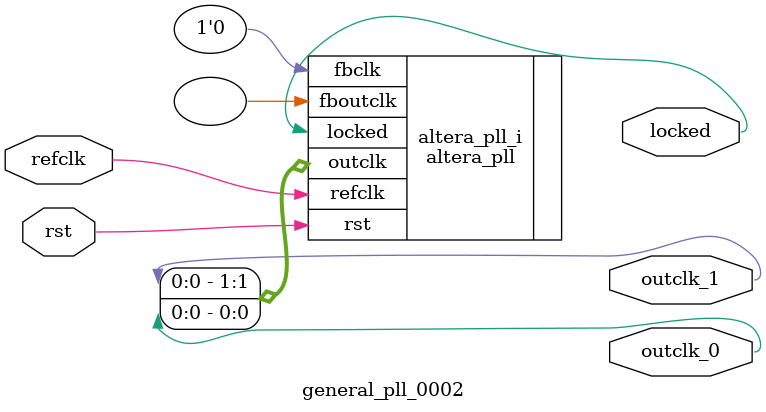
<source format=v>
`timescale 1ns/10ps
module  general_pll_0002(

	// interface 'refclk'
	input wire refclk,

	// interface 'reset'
	input wire rst,

	// interface 'outclk0'
	output wire outclk_0,

	// interface 'outclk1'
	output wire outclk_1,

	// interface 'locked'
	output wire locked
);

	altera_pll #(
		.fractional_vco_multiplier("false"),
		.reference_clock_frequency("50.0 MHz"),
		.operation_mode("direct"),
		.number_of_clocks(2),
		.output_clock_frequency0("75.000000 MHz"),
		.phase_shift0("0 ps"),
		.duty_cycle0(50),
		.output_clock_frequency1("100.000000 MHz"),
		.phase_shift1("0 ps"),
		.duty_cycle1(50),
		.output_clock_frequency2("0 MHz"),
		.phase_shift2("0 ps"),
		.duty_cycle2(50),
		.output_clock_frequency3("0 MHz"),
		.phase_shift3("0 ps"),
		.duty_cycle3(50),
		.output_clock_frequency4("0 MHz"),
		.phase_shift4("0 ps"),
		.duty_cycle4(50),
		.output_clock_frequency5("0 MHz"),
		.phase_shift5("0 ps"),
		.duty_cycle5(50),
		.output_clock_frequency6("0 MHz"),
		.phase_shift6("0 ps"),
		.duty_cycle6(50),
		.output_clock_frequency7("0 MHz"),
		.phase_shift7("0 ps"),
		.duty_cycle7(50),
		.output_clock_frequency8("0 MHz"),
		.phase_shift8("0 ps"),
		.duty_cycle8(50),
		.output_clock_frequency9("0 MHz"),
		.phase_shift9("0 ps"),
		.duty_cycle9(50),
		.output_clock_frequency10("0 MHz"),
		.phase_shift10("0 ps"),
		.duty_cycle10(50),
		.output_clock_frequency11("0 MHz"),
		.phase_shift11("0 ps"),
		.duty_cycle11(50),
		.output_clock_frequency12("0 MHz"),
		.phase_shift12("0 ps"),
		.duty_cycle12(50),
		.output_clock_frequency13("0 MHz"),
		.phase_shift13("0 ps"),
		.duty_cycle13(50),
		.output_clock_frequency14("0 MHz"),
		.phase_shift14("0 ps"),
		.duty_cycle14(50),
		.output_clock_frequency15("0 MHz"),
		.phase_shift15("0 ps"),
		.duty_cycle15(50),
		.output_clock_frequency16("0 MHz"),
		.phase_shift16("0 ps"),
		.duty_cycle16(50),
		.output_clock_frequency17("0 MHz"),
		.phase_shift17("0 ps"),
		.duty_cycle17(50),
		.pll_type("General"),
		.pll_subtype("General")
	) altera_pll_i (
		.rst	(rst),
		.outclk	({outclk_1, outclk_0}),
		.locked	(locked),
		.fboutclk	( ),
		.fbclk	(1'b0),
		.refclk	(refclk)
	);
endmodule


</source>
